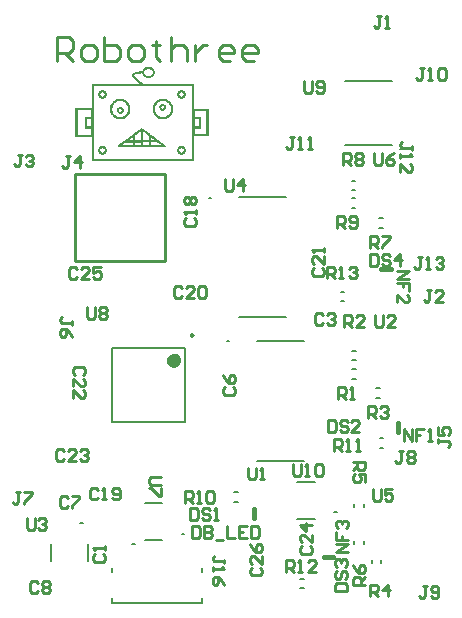
<source format=gto>
G04*
G04 #@! TF.GenerationSoftware,Altium Limited,Altium Designer,21.9.2 (33)*
G04*
G04 Layer_Color=65535*
%FSLAX25Y25*%
%MOIN*%
G70*
G04*
G04 #@! TF.SameCoordinates,51F14C3D-0984-4349-87D4-3E8860FF880C*
G04*
G04*
G04 #@! TF.FilePolarity,Positive*
G04*
G01*
G75*
%ADD10C,0.00787*%
%ADD11C,0.00984*%
%ADD12C,0.02362*%
%ADD13C,0.00500*%
%ADD14C,0.01000*%
%ADD15C,0.01575*%
G36*
X55948Y178802D02*
X56384D01*
Y178656D01*
X56530D01*
Y178511D01*
X56821D01*
Y178366D01*
X56966D01*
Y178220D01*
X57112D01*
Y178075D01*
X57257D01*
Y177929D01*
Y177784D01*
X57403D01*
Y177638D01*
Y177493D01*
X57548D01*
Y177347D01*
Y177202D01*
Y177056D01*
Y176911D01*
Y176766D01*
Y176620D01*
Y176475D01*
X57403D01*
Y176329D01*
Y176184D01*
Y176038D01*
X57257D01*
Y175893D01*
X57112D01*
Y175747D01*
X56966D01*
Y175602D01*
X56821D01*
Y175456D01*
X56675D01*
Y175311D01*
X56384D01*
Y175165D01*
X55948D01*
Y175020D01*
X54930D01*
Y175165D01*
X54494D01*
Y175311D01*
X54203D01*
Y175456D01*
X54057D01*
Y175602D01*
X53912D01*
Y175747D01*
X53766D01*
Y175893D01*
X53621D01*
Y176038D01*
Y176184D01*
X53475D01*
Y176329D01*
Y176475D01*
X53330D01*
Y176620D01*
Y176766D01*
X52894D01*
Y176620D01*
X52166D01*
Y176475D01*
X51585D01*
Y176329D01*
X51003D01*
Y176184D01*
X50712D01*
Y176038D01*
Y175893D01*
X50857D01*
Y175747D01*
Y175602D01*
X51003D01*
Y175456D01*
X51148D01*
Y175311D01*
X51294D01*
Y175165D01*
X51439D01*
Y175020D01*
X51585D01*
Y174875D01*
X51730D01*
Y174729D01*
X52021D01*
Y174584D01*
X52166D01*
Y174438D01*
X52312D01*
Y174293D01*
X52457D01*
Y174147D01*
X52603D01*
Y174002D01*
X52748D01*
Y173856D01*
X52894D01*
Y173711D01*
X53185D01*
Y173565D01*
X53330D01*
Y173420D01*
X53475D01*
Y173275D01*
X70639D01*
Y173129D01*
Y172984D01*
Y172838D01*
Y172693D01*
Y172547D01*
Y172402D01*
Y172256D01*
Y172111D01*
Y171966D01*
Y171820D01*
Y171675D01*
Y171529D01*
Y171384D01*
Y171238D01*
Y171093D01*
Y170947D01*
Y170802D01*
Y170656D01*
Y170511D01*
Y170366D01*
Y170220D01*
Y170075D01*
Y169929D01*
Y169784D01*
Y169638D01*
Y169493D01*
Y169347D01*
Y169202D01*
Y169056D01*
Y168911D01*
Y168765D01*
Y168620D01*
Y168475D01*
Y168329D01*
Y168184D01*
Y168038D01*
Y167893D01*
Y167747D01*
Y167602D01*
Y167456D01*
Y167311D01*
Y167166D01*
Y167020D01*
Y166875D01*
Y166729D01*
Y166584D01*
Y166438D01*
Y166293D01*
Y166147D01*
Y166002D01*
Y165857D01*
Y165711D01*
Y165566D01*
Y165420D01*
Y165275D01*
Y165129D01*
Y164984D01*
Y164838D01*
X75439D01*
Y164693D01*
Y164547D01*
Y164402D01*
Y164257D01*
Y164111D01*
Y163966D01*
Y163820D01*
Y163675D01*
Y163529D01*
Y163384D01*
Y163238D01*
Y163093D01*
Y162947D01*
Y162802D01*
Y162656D01*
Y162511D01*
Y162366D01*
Y162220D01*
Y162075D01*
Y161929D01*
Y161784D01*
Y161638D01*
Y161493D01*
Y161347D01*
Y161202D01*
Y161056D01*
Y160911D01*
Y160766D01*
Y160620D01*
Y160475D01*
Y160329D01*
Y160184D01*
Y160038D01*
Y159893D01*
Y159747D01*
Y159602D01*
Y159457D01*
Y159311D01*
Y159166D01*
Y159020D01*
Y158875D01*
Y158729D01*
Y158584D01*
Y158438D01*
Y158293D01*
Y158148D01*
Y158002D01*
Y157857D01*
Y157711D01*
Y157566D01*
Y157420D01*
Y157275D01*
Y157129D01*
Y156984D01*
Y156838D01*
Y156693D01*
Y156547D01*
Y156402D01*
Y156256D01*
Y156111D01*
Y155966D01*
Y155820D01*
Y155675D01*
X70639D01*
Y155529D01*
Y155384D01*
Y155238D01*
Y155093D01*
Y154947D01*
Y154802D01*
Y154657D01*
Y154511D01*
Y154366D01*
Y154220D01*
Y154075D01*
Y153929D01*
Y153784D01*
Y153638D01*
Y153493D01*
Y153348D01*
Y153202D01*
Y153057D01*
Y152911D01*
Y152766D01*
Y152620D01*
Y152475D01*
Y152329D01*
Y152184D01*
Y152038D01*
Y151893D01*
Y151748D01*
Y151602D01*
Y151457D01*
Y151311D01*
Y151166D01*
Y151020D01*
Y150875D01*
Y150729D01*
Y150584D01*
Y150438D01*
Y150293D01*
Y150147D01*
Y150002D01*
Y149857D01*
Y149711D01*
Y149566D01*
Y149420D01*
Y149275D01*
Y149129D01*
Y148984D01*
Y148838D01*
Y148693D01*
Y148547D01*
Y148402D01*
Y148257D01*
Y148111D01*
Y147966D01*
Y147820D01*
Y147675D01*
Y147529D01*
Y147384D01*
X36603D01*
Y147529D01*
Y147675D01*
Y147820D01*
Y147966D01*
Y148111D01*
Y148257D01*
Y148402D01*
Y148547D01*
Y148693D01*
Y148838D01*
Y148984D01*
Y149129D01*
Y149275D01*
Y149420D01*
Y149566D01*
Y149711D01*
Y149857D01*
Y150002D01*
Y150147D01*
Y150293D01*
Y150438D01*
Y150584D01*
Y150729D01*
Y150875D01*
Y151020D01*
Y151166D01*
Y151311D01*
Y151457D01*
Y151602D01*
Y151748D01*
Y151893D01*
Y152038D01*
Y152184D01*
Y152329D01*
Y152475D01*
Y152620D01*
Y152766D01*
Y152911D01*
Y153057D01*
Y153202D01*
Y153348D01*
Y153493D01*
Y153638D01*
Y153784D01*
Y153929D01*
Y154075D01*
Y154220D01*
Y154366D01*
Y154511D01*
Y154657D01*
Y154802D01*
Y154947D01*
Y155093D01*
Y155238D01*
Y155384D01*
X31076D01*
Y155529D01*
Y155675D01*
Y155820D01*
Y155966D01*
Y156111D01*
Y156256D01*
Y156402D01*
Y156547D01*
Y156693D01*
Y156838D01*
Y156984D01*
Y157129D01*
Y157275D01*
Y157420D01*
Y157566D01*
Y157711D01*
Y157857D01*
Y158002D01*
Y158148D01*
Y158293D01*
Y158438D01*
Y158584D01*
Y158729D01*
Y158875D01*
Y159020D01*
Y159166D01*
Y159311D01*
Y159457D01*
Y159602D01*
Y159747D01*
Y159893D01*
Y160038D01*
Y160184D01*
Y160329D01*
Y160475D01*
Y160620D01*
Y160766D01*
Y160911D01*
Y161056D01*
Y161202D01*
Y161347D01*
Y161493D01*
Y161638D01*
Y161784D01*
Y161929D01*
Y162075D01*
Y162220D01*
Y162366D01*
Y162511D01*
Y162656D01*
Y162802D01*
Y162947D01*
Y163093D01*
Y163238D01*
Y163384D01*
Y163529D01*
Y163675D01*
Y163820D01*
Y163966D01*
Y164111D01*
Y164257D01*
Y164402D01*
Y164547D01*
Y164693D01*
Y164838D01*
Y164984D01*
Y165129D01*
Y165275D01*
X36603D01*
Y165420D01*
Y165566D01*
Y165711D01*
Y165857D01*
Y166002D01*
Y166147D01*
Y166293D01*
Y166438D01*
Y166584D01*
Y166729D01*
Y166875D01*
Y167020D01*
Y167166D01*
Y167311D01*
Y167456D01*
Y167602D01*
Y167747D01*
Y167893D01*
Y168038D01*
Y168184D01*
Y168329D01*
Y168475D01*
Y168620D01*
Y168765D01*
Y168911D01*
Y169056D01*
Y169202D01*
Y169347D01*
Y169493D01*
Y169638D01*
Y169784D01*
Y169929D01*
Y170075D01*
Y170220D01*
Y170366D01*
Y170511D01*
Y170656D01*
Y170802D01*
Y170947D01*
Y171093D01*
Y171238D01*
Y171384D01*
Y171529D01*
Y171675D01*
Y171820D01*
Y171966D01*
Y172111D01*
Y172256D01*
Y172402D01*
Y172547D01*
Y172693D01*
Y172838D01*
Y172984D01*
Y173129D01*
Y173275D01*
X52312D01*
Y173420D01*
X52166D01*
Y173565D01*
X52021D01*
Y173711D01*
X51876D01*
Y173856D01*
X51730D01*
Y174002D01*
X51585D01*
Y174147D01*
X51294D01*
Y174293D01*
X51148D01*
Y174438D01*
X51003D01*
Y174584D01*
X50857D01*
Y174729D01*
X50712D01*
Y174875D01*
X50566D01*
Y175020D01*
X50421D01*
Y175165D01*
X50275D01*
Y175311D01*
Y175456D01*
X50130D01*
Y175602D01*
X49985D01*
Y175747D01*
Y175893D01*
Y176038D01*
Y176184D01*
Y176329D01*
Y176475D01*
X50130D01*
Y176620D01*
X50275D01*
Y176766D01*
X50566D01*
Y176911D01*
X50857D01*
Y177056D01*
X51439D01*
Y177202D01*
X52166D01*
Y177347D01*
X52894D01*
Y177493D01*
X53475D01*
Y177638D01*
Y177784D01*
X53621D01*
Y177929D01*
Y178075D01*
X53766D01*
Y178220D01*
X53912D01*
Y178366D01*
X54057D01*
Y178511D01*
X54348D01*
Y178656D01*
X54494D01*
Y178802D01*
X54930D01*
Y178947D01*
X55948D01*
Y178802D01*
D02*
G37*
%LPC*%
G36*
X55803Y178220D02*
X55076D01*
Y178075D01*
X54785D01*
Y177929D01*
X54494D01*
Y177784D01*
X54348D01*
Y177638D01*
X54203D01*
Y177493D01*
Y177347D01*
X54057D01*
Y177202D01*
Y177056D01*
Y176911D01*
Y176766D01*
Y176620D01*
X54203D01*
Y176475D01*
Y176329D01*
X54348D01*
Y176184D01*
X54494D01*
Y176038D01*
X54639D01*
Y175893D01*
X54930D01*
Y175747D01*
X55948D01*
Y175893D01*
X56239D01*
Y176038D01*
X56384D01*
Y176184D01*
X56530D01*
Y176329D01*
X56675D01*
Y176475D01*
Y176620D01*
X56821D01*
Y176766D01*
Y176911D01*
Y177056D01*
Y177202D01*
Y177347D01*
X56675D01*
Y177493D01*
Y177638D01*
X56530D01*
Y177784D01*
X56384D01*
Y177929D01*
X56094D01*
Y178075D01*
X55803D01*
Y178220D01*
D02*
G37*
G36*
X72239Y161493D02*
X70784D01*
Y161347D01*
Y161202D01*
Y161056D01*
Y160911D01*
Y160766D01*
Y160620D01*
Y160475D01*
Y160329D01*
Y160184D01*
Y160038D01*
Y159893D01*
Y159747D01*
Y159602D01*
Y159457D01*
Y159311D01*
Y159166D01*
Y159020D01*
X72239D01*
Y159166D01*
Y159311D01*
Y159457D01*
Y159602D01*
Y159747D01*
Y159893D01*
Y160038D01*
Y160184D01*
Y160329D01*
Y160475D01*
Y160620D01*
Y160766D01*
Y160911D01*
Y161056D01*
Y161202D01*
Y161347D01*
Y161493D01*
D02*
G37*
G36*
X36312D02*
X34857D01*
Y161347D01*
Y161202D01*
Y161056D01*
Y160911D01*
Y160766D01*
Y160620D01*
Y160475D01*
Y160329D01*
Y160184D01*
Y160038D01*
Y159893D01*
Y159747D01*
Y159602D01*
Y159457D01*
Y159311D01*
Y159166D01*
Y159020D01*
X36312D01*
Y159166D01*
Y159311D01*
Y159457D01*
Y159602D01*
Y159747D01*
Y159893D01*
Y160038D01*
Y160184D01*
Y160329D01*
Y160475D01*
Y160620D01*
Y160766D01*
Y160911D01*
Y161056D01*
Y161202D01*
Y161347D01*
Y161493D01*
D02*
G37*
G36*
X74712Y164111D02*
X70784D01*
Y163966D01*
Y163820D01*
Y163675D01*
Y163529D01*
Y163384D01*
Y163238D01*
Y163093D01*
Y162947D01*
Y162802D01*
Y162656D01*
Y162511D01*
Y162366D01*
Y162220D01*
X72966D01*
Y162075D01*
Y161929D01*
Y161784D01*
Y161638D01*
Y161493D01*
Y161347D01*
Y161202D01*
Y161056D01*
Y160911D01*
Y160766D01*
Y160620D01*
Y160475D01*
Y160329D01*
Y160184D01*
Y160038D01*
Y159893D01*
Y159747D01*
Y159602D01*
Y159457D01*
Y159311D01*
Y159166D01*
Y159020D01*
Y158875D01*
Y158729D01*
Y158584D01*
Y158438D01*
Y158293D01*
X70784D01*
Y158148D01*
Y158002D01*
Y157857D01*
Y157711D01*
Y157566D01*
Y157420D01*
Y157275D01*
Y157129D01*
Y156984D01*
Y156838D01*
Y156693D01*
Y156547D01*
Y156402D01*
X74712D01*
Y156547D01*
Y156693D01*
Y156838D01*
Y156984D01*
Y157129D01*
Y157275D01*
Y157420D01*
Y157566D01*
Y157711D01*
Y157857D01*
Y158002D01*
Y158148D01*
Y158293D01*
Y158438D01*
Y158584D01*
Y158729D01*
Y158875D01*
Y159020D01*
Y159166D01*
Y159311D01*
Y159457D01*
Y159602D01*
Y159747D01*
Y159893D01*
Y160038D01*
Y160184D01*
Y160329D01*
Y160475D01*
Y160620D01*
Y160766D01*
Y160911D01*
Y161056D01*
Y161202D01*
Y161347D01*
Y161493D01*
Y161638D01*
Y161784D01*
Y161929D01*
Y162075D01*
Y162220D01*
Y162366D01*
Y162511D01*
Y162656D01*
Y162802D01*
Y162947D01*
Y163093D01*
Y163238D01*
Y163384D01*
Y163529D01*
Y163675D01*
Y163820D01*
Y163966D01*
Y164111D01*
D02*
G37*
G36*
X36312Y164547D02*
X31803D01*
Y164402D01*
Y164257D01*
Y164111D01*
Y163966D01*
Y163820D01*
Y163675D01*
Y163529D01*
Y163384D01*
Y163238D01*
Y163093D01*
Y162947D01*
Y162802D01*
Y162656D01*
Y162511D01*
Y162366D01*
Y162220D01*
Y162075D01*
Y161929D01*
Y161784D01*
Y161638D01*
Y161493D01*
Y161347D01*
Y161202D01*
Y161056D01*
Y160911D01*
Y160766D01*
Y160620D01*
Y160475D01*
Y160329D01*
Y160184D01*
Y160038D01*
Y159893D01*
Y159747D01*
Y159602D01*
Y159457D01*
Y159311D01*
Y159166D01*
Y159020D01*
Y158875D01*
Y158729D01*
Y158584D01*
Y158438D01*
Y158293D01*
Y158148D01*
Y158002D01*
Y157857D01*
Y157711D01*
Y157566D01*
Y157420D01*
Y157275D01*
Y157129D01*
Y156984D01*
Y156838D01*
Y156693D01*
Y156547D01*
Y156402D01*
Y156256D01*
Y156111D01*
X36312D01*
Y156256D01*
Y156402D01*
Y156547D01*
Y156693D01*
Y156838D01*
Y156984D01*
Y157129D01*
Y157275D01*
Y157420D01*
Y157566D01*
Y157711D01*
Y157857D01*
Y158002D01*
Y158148D01*
Y158293D01*
X34130D01*
Y158438D01*
Y158584D01*
Y158729D01*
Y158875D01*
Y159020D01*
Y159166D01*
Y159311D01*
Y159457D01*
Y159602D01*
Y159747D01*
Y159893D01*
Y160038D01*
Y160184D01*
Y160329D01*
Y160475D01*
Y160620D01*
Y160766D01*
Y160911D01*
Y161056D01*
Y161202D01*
Y161347D01*
Y161493D01*
Y161638D01*
Y161784D01*
Y161929D01*
Y162075D01*
Y162220D01*
X36312D01*
Y162366D01*
Y162511D01*
Y162656D01*
Y162802D01*
Y162947D01*
Y163093D01*
Y163238D01*
Y163384D01*
Y163529D01*
Y163675D01*
Y163820D01*
Y163966D01*
Y164111D01*
Y164257D01*
Y164402D01*
Y164547D01*
D02*
G37*
G36*
X69912Y172547D02*
X37330D01*
Y172402D01*
Y172256D01*
Y172111D01*
Y171966D01*
Y171820D01*
Y171675D01*
Y171529D01*
Y171384D01*
Y171238D01*
Y171093D01*
Y170947D01*
Y170802D01*
Y170656D01*
Y170511D01*
Y170366D01*
Y170220D01*
Y170075D01*
Y169929D01*
Y169784D01*
Y169638D01*
Y169493D01*
Y169347D01*
Y169202D01*
Y169056D01*
Y168911D01*
Y168765D01*
Y168620D01*
Y168475D01*
Y168329D01*
Y168184D01*
Y168038D01*
Y167893D01*
Y167747D01*
Y167602D01*
Y167456D01*
Y167311D01*
Y167166D01*
Y167020D01*
Y166875D01*
Y166729D01*
Y166584D01*
Y166438D01*
Y166293D01*
Y166147D01*
Y166002D01*
Y165857D01*
Y165711D01*
Y165566D01*
Y165420D01*
Y165275D01*
Y165129D01*
Y164984D01*
Y164838D01*
Y164693D01*
Y164547D01*
Y164402D01*
Y164257D01*
Y164111D01*
Y163966D01*
Y163820D01*
Y163675D01*
Y163529D01*
Y163384D01*
Y163238D01*
Y163093D01*
Y162947D01*
Y162802D01*
Y162656D01*
Y162511D01*
Y162366D01*
Y162220D01*
Y162075D01*
Y161929D01*
Y161784D01*
Y161638D01*
Y161493D01*
Y161347D01*
Y161202D01*
Y161056D01*
Y160911D01*
Y160766D01*
Y160620D01*
Y160475D01*
Y160329D01*
Y160184D01*
Y160038D01*
Y159893D01*
Y159747D01*
Y159602D01*
Y159457D01*
Y159311D01*
Y159166D01*
Y159020D01*
Y158875D01*
Y158729D01*
Y158584D01*
Y158438D01*
Y158293D01*
Y158148D01*
Y158002D01*
Y157857D01*
Y157711D01*
Y157566D01*
Y157420D01*
Y157275D01*
Y157129D01*
Y156984D01*
Y156838D01*
Y156693D01*
Y156547D01*
Y156402D01*
Y156256D01*
Y156111D01*
Y155966D01*
Y155820D01*
Y155675D01*
Y155529D01*
Y155384D01*
Y155238D01*
Y155093D01*
Y154947D01*
Y154802D01*
Y154657D01*
Y154511D01*
Y154366D01*
Y154220D01*
Y154075D01*
Y153929D01*
Y153784D01*
Y153638D01*
Y153493D01*
Y153348D01*
Y153202D01*
Y153057D01*
Y152911D01*
Y152766D01*
Y152620D01*
Y152475D01*
Y152329D01*
Y152184D01*
Y152038D01*
Y151893D01*
Y151748D01*
Y151602D01*
Y151457D01*
Y151311D01*
Y151166D01*
Y151020D01*
Y150875D01*
Y150729D01*
Y150584D01*
Y150438D01*
Y150293D01*
Y150147D01*
Y150002D01*
Y149857D01*
Y149711D01*
Y149566D01*
Y149420D01*
Y149275D01*
Y149129D01*
Y148984D01*
Y148838D01*
Y148693D01*
Y148547D01*
Y148402D01*
Y148257D01*
Y148111D01*
X69912D01*
Y148257D01*
Y148402D01*
Y148547D01*
Y148693D01*
Y148838D01*
Y148984D01*
Y149129D01*
Y149275D01*
Y149420D01*
Y149566D01*
Y149711D01*
Y149857D01*
Y150002D01*
Y150147D01*
Y150293D01*
Y150438D01*
Y150584D01*
Y150729D01*
Y150875D01*
Y151020D01*
Y151166D01*
Y151311D01*
Y151457D01*
Y151602D01*
Y151748D01*
Y151893D01*
Y152038D01*
Y152184D01*
Y152329D01*
Y152475D01*
Y152620D01*
Y152766D01*
Y152911D01*
Y153057D01*
Y153202D01*
Y153348D01*
Y153493D01*
Y153638D01*
Y153784D01*
Y153929D01*
Y154075D01*
Y154220D01*
Y154366D01*
Y154511D01*
Y154657D01*
Y154802D01*
Y154947D01*
Y155093D01*
Y155238D01*
Y155384D01*
Y155529D01*
Y155675D01*
Y155820D01*
Y155966D01*
Y156111D01*
Y156256D01*
Y156402D01*
Y156547D01*
Y156693D01*
Y156838D01*
Y156984D01*
Y157129D01*
Y157275D01*
Y157420D01*
Y157566D01*
Y157711D01*
Y157857D01*
Y158002D01*
Y158148D01*
Y158293D01*
Y158438D01*
Y158584D01*
Y158729D01*
Y158875D01*
Y159020D01*
Y159166D01*
Y159311D01*
Y159457D01*
Y159602D01*
Y159747D01*
Y159893D01*
Y160038D01*
Y160184D01*
Y160329D01*
Y160475D01*
Y160620D01*
Y160766D01*
Y160911D01*
Y161056D01*
Y161202D01*
Y161347D01*
Y161493D01*
Y161638D01*
Y161784D01*
Y161929D01*
Y162075D01*
Y162220D01*
Y162366D01*
Y162511D01*
Y162656D01*
Y162802D01*
Y162947D01*
Y163093D01*
Y163238D01*
Y163384D01*
Y163529D01*
Y163675D01*
Y163820D01*
Y163966D01*
Y164111D01*
Y164257D01*
Y164402D01*
Y164547D01*
Y164693D01*
Y164838D01*
Y164984D01*
Y165129D01*
Y165275D01*
Y165420D01*
Y165566D01*
Y165711D01*
Y165857D01*
Y166002D01*
Y166147D01*
Y166293D01*
Y166438D01*
Y166584D01*
Y166729D01*
Y166875D01*
Y167020D01*
Y167166D01*
Y167311D01*
Y167456D01*
Y167602D01*
Y167747D01*
Y167893D01*
Y168038D01*
Y168184D01*
Y168329D01*
Y168475D01*
Y168620D01*
Y168765D01*
Y168911D01*
Y169056D01*
Y169202D01*
Y169347D01*
Y169493D01*
Y169638D01*
Y169784D01*
Y169929D01*
Y170075D01*
Y170220D01*
Y170366D01*
Y170511D01*
Y170656D01*
Y170802D01*
Y170947D01*
Y171093D01*
Y171238D01*
Y171384D01*
Y171529D01*
Y171675D01*
Y171820D01*
Y171966D01*
Y172111D01*
Y172256D01*
Y172402D01*
Y172547D01*
D02*
G37*
%LPD*%
G36*
X66857Y170947D02*
X67148D01*
Y170802D01*
X67439D01*
Y170656D01*
X67584D01*
Y170511D01*
Y170366D01*
X67730D01*
Y170220D01*
Y170075D01*
X67875D01*
Y169929D01*
Y169784D01*
Y169638D01*
Y169493D01*
Y169347D01*
Y169202D01*
X67730D01*
Y169056D01*
Y168911D01*
X67584D01*
Y168765D01*
Y168620D01*
X67439D01*
Y168475D01*
X67148D01*
Y168329D01*
X66857D01*
Y168184D01*
X65984D01*
Y168329D01*
X65694D01*
Y168475D01*
X65403D01*
Y168620D01*
X65257D01*
Y168765D01*
Y168911D01*
X65112D01*
Y169056D01*
Y169202D01*
X64966D01*
Y169347D01*
Y169493D01*
Y169638D01*
Y169784D01*
Y169929D01*
Y170075D01*
X65112D01*
Y170220D01*
Y170366D01*
X65257D01*
Y170511D01*
Y170656D01*
X65403D01*
Y170802D01*
X65694D01*
Y170947D01*
X65984D01*
Y171093D01*
X66857D01*
Y170947D01*
D02*
G37*
G36*
X40530D02*
X40821D01*
Y170802D01*
X41112D01*
Y170656D01*
X41257D01*
Y170511D01*
Y170366D01*
X41403D01*
Y170220D01*
Y170075D01*
X41548D01*
Y169929D01*
Y169784D01*
Y169638D01*
Y169493D01*
Y169347D01*
Y169202D01*
X41403D01*
Y169056D01*
Y168911D01*
X41257D01*
Y168765D01*
Y168620D01*
X41112D01*
Y168475D01*
X40821D01*
Y168329D01*
X40530D01*
Y168184D01*
X39657D01*
Y168329D01*
X39366D01*
Y168475D01*
X39076D01*
Y168620D01*
X38930D01*
Y168765D01*
Y168911D01*
X38785D01*
Y169056D01*
Y169202D01*
X38639D01*
Y169347D01*
Y169493D01*
Y169638D01*
Y169784D01*
Y169929D01*
Y170075D01*
X38785D01*
Y170220D01*
Y170366D01*
X38930D01*
Y170511D01*
Y170656D01*
X39076D01*
Y170802D01*
X39366D01*
Y170947D01*
X39657D01*
Y171093D01*
X40530D01*
Y170947D01*
D02*
G37*
G36*
X60894Y168038D02*
X61475D01*
Y167893D01*
X61766D01*
Y167747D01*
X62057D01*
Y167602D01*
X62203D01*
Y167456D01*
X62348D01*
Y167311D01*
X62639D01*
Y167166D01*
X62784D01*
Y167020D01*
Y166875D01*
X62930D01*
Y166729D01*
X63075D01*
Y166584D01*
X63221D01*
Y166438D01*
Y166293D01*
X63366D01*
Y166147D01*
Y166002D01*
X63512D01*
Y165857D01*
Y165711D01*
Y165566D01*
Y165420D01*
X63657D01*
Y165275D01*
Y165129D01*
Y164984D01*
Y164838D01*
Y164693D01*
Y164547D01*
Y164402D01*
Y164257D01*
Y164111D01*
X63512D01*
Y163966D01*
Y163820D01*
Y163675D01*
Y163529D01*
X63366D01*
Y163384D01*
Y163238D01*
X63221D01*
Y163093D01*
Y162947D01*
X63075D01*
Y162802D01*
X62930D01*
Y162656D01*
Y162511D01*
X62784D01*
Y162366D01*
X62639D01*
Y162220D01*
X62494D01*
Y162075D01*
X62203D01*
Y161929D01*
X62057D01*
Y161784D01*
X61766D01*
Y161638D01*
X61475D01*
Y161493D01*
X60894D01*
Y161347D01*
X59584D01*
Y161493D01*
X59003D01*
Y161638D01*
X58712D01*
Y161784D01*
X58421D01*
Y161929D01*
X58275D01*
Y162075D01*
X58130D01*
Y162220D01*
X57839D01*
Y162366D01*
X57694D01*
Y162511D01*
Y162656D01*
X57548D01*
Y162802D01*
X57403D01*
Y162947D01*
X57257D01*
Y163093D01*
Y163238D01*
X57112D01*
Y163384D01*
Y163529D01*
X56966D01*
Y163675D01*
Y163820D01*
Y163966D01*
Y164111D01*
X56821D01*
Y164257D01*
Y164402D01*
Y164547D01*
Y164693D01*
Y164838D01*
Y164984D01*
Y165129D01*
Y165275D01*
Y165420D01*
X56966D01*
Y165566D01*
Y165711D01*
Y165857D01*
Y166002D01*
X57112D01*
Y166147D01*
Y166293D01*
X57257D01*
Y166438D01*
Y166584D01*
X57403D01*
Y166729D01*
X57548D01*
Y166875D01*
X57694D01*
Y167020D01*
Y167166D01*
X57839D01*
Y167311D01*
X58130D01*
Y167456D01*
X58275D01*
Y167602D01*
X58421D01*
Y167747D01*
X58712D01*
Y167893D01*
X59003D01*
Y168038D01*
X59584D01*
Y168184D01*
X60894D01*
Y168038D01*
D02*
G37*
G36*
X46639D02*
X47221D01*
Y167893D01*
X47512D01*
Y167747D01*
X47803D01*
Y167602D01*
X47948D01*
Y167456D01*
X48094D01*
Y167311D01*
X48385D01*
Y167166D01*
X48530D01*
Y167020D01*
Y166875D01*
X48676D01*
Y166729D01*
X48821D01*
Y166584D01*
X48966D01*
Y166438D01*
Y166293D01*
X49112D01*
Y166147D01*
Y166002D01*
X49257D01*
Y165857D01*
Y165711D01*
Y165566D01*
Y165420D01*
X49403D01*
Y165275D01*
Y165129D01*
Y164984D01*
Y164838D01*
Y164693D01*
Y164547D01*
Y164402D01*
Y164257D01*
Y164111D01*
X49257D01*
Y163966D01*
Y163820D01*
Y163675D01*
Y163529D01*
X49112D01*
Y163384D01*
Y163238D01*
X48966D01*
Y163093D01*
Y162947D01*
X48821D01*
Y162802D01*
X48676D01*
Y162656D01*
Y162511D01*
X48530D01*
Y162366D01*
X48385D01*
Y162220D01*
X48239D01*
Y162075D01*
X47948D01*
Y161929D01*
X47803D01*
Y161784D01*
X47512D01*
Y161638D01*
X47221D01*
Y161493D01*
X46639D01*
Y161347D01*
X45330D01*
Y161493D01*
X44748D01*
Y161638D01*
X44457D01*
Y161784D01*
X44166D01*
Y161929D01*
X44021D01*
Y162075D01*
X43876D01*
Y162220D01*
X43585D01*
Y162366D01*
X43439D01*
Y162511D01*
Y162656D01*
X43294D01*
Y162802D01*
X43148D01*
Y162947D01*
X43003D01*
Y163093D01*
Y163238D01*
X42857D01*
Y163384D01*
Y163529D01*
X42712D01*
Y163675D01*
Y163820D01*
Y163966D01*
Y164111D01*
X42566D01*
Y164257D01*
Y164402D01*
Y164547D01*
Y164693D01*
Y164838D01*
Y164984D01*
Y165129D01*
Y165275D01*
Y165420D01*
X42712D01*
Y165566D01*
Y165711D01*
Y165857D01*
Y166002D01*
X42857D01*
Y166147D01*
Y166293D01*
X43003D01*
Y166438D01*
Y166584D01*
X43148D01*
Y166729D01*
X43294D01*
Y166875D01*
X43439D01*
Y167020D01*
Y167166D01*
X43585D01*
Y167311D01*
X43876D01*
Y167456D01*
X44021D01*
Y167602D01*
X44166D01*
Y167747D01*
X44457D01*
Y167893D01*
X44748D01*
Y168038D01*
X45330D01*
Y168184D01*
X46639D01*
Y168038D01*
D02*
G37*
G36*
X53330Y158293D02*
X53621D01*
Y158148D01*
X53766D01*
Y158002D01*
X54057D01*
Y157857D01*
X54203D01*
Y157711D01*
X54348D01*
Y157566D01*
X54639D01*
Y157420D01*
X54785D01*
Y157275D01*
X54930D01*
Y157129D01*
X55221D01*
Y156984D01*
X55366D01*
Y156838D01*
X55512D01*
Y156693D01*
X55803D01*
Y156547D01*
X55948D01*
Y156402D01*
X56094D01*
Y156256D01*
X56384D01*
Y156111D01*
X56530D01*
Y155966D01*
X56675D01*
Y155820D01*
X56966D01*
Y155675D01*
X57112D01*
Y155529D01*
X57257D01*
Y155384D01*
X57548D01*
Y155238D01*
X57694D01*
Y155093D01*
X57839D01*
Y154947D01*
X58130D01*
Y154802D01*
X58275D01*
Y154657D01*
X58421D01*
Y154511D01*
X58712D01*
Y154366D01*
X58857D01*
Y154220D01*
X59148D01*
Y154075D01*
X59294D01*
Y153929D01*
X59439D01*
Y153784D01*
X59730D01*
Y153638D01*
X59875D01*
Y153493D01*
X60021D01*
Y153348D01*
X60312D01*
Y153202D01*
X60457D01*
Y153057D01*
X60603D01*
Y152911D01*
X60894D01*
Y152766D01*
X61039D01*
Y152620D01*
X61185D01*
Y152475D01*
Y152329D01*
Y152184D01*
X61039D01*
Y152038D01*
X45330D01*
Y152184D01*
X45185D01*
Y152329D01*
Y152475D01*
Y152620D01*
X45330D01*
Y152766D01*
X45476D01*
Y152911D01*
X45766D01*
Y153057D01*
X45912D01*
Y153202D01*
X46057D01*
Y153348D01*
X46348D01*
Y153493D01*
X46494D01*
Y153638D01*
X46639D01*
Y153784D01*
X46930D01*
Y153929D01*
X47076D01*
Y154075D01*
X47366D01*
Y154220D01*
X47512D01*
Y154366D01*
X47657D01*
Y154511D01*
X47948D01*
Y154657D01*
X48094D01*
Y154802D01*
X48239D01*
Y154947D01*
X48530D01*
Y155093D01*
X48676D01*
Y155238D01*
X48821D01*
Y155384D01*
X49112D01*
Y155529D01*
X49257D01*
Y155675D01*
X49403D01*
Y155820D01*
X49694D01*
Y155966D01*
X49839D01*
Y156111D01*
X49985D01*
Y156256D01*
X50275D01*
Y156402D01*
X50421D01*
Y156547D01*
X50566D01*
Y156693D01*
X50857D01*
Y156838D01*
X51003D01*
Y156984D01*
X51148D01*
Y157129D01*
X51439D01*
Y157275D01*
X51585D01*
Y157420D01*
X51730D01*
Y157566D01*
X52021D01*
Y157711D01*
X52166D01*
Y157857D01*
X52457D01*
Y158002D01*
X52603D01*
Y158148D01*
X52748D01*
Y158293D01*
X53039D01*
Y158438D01*
X53330D01*
Y158293D01*
D02*
G37*
G36*
X66857Y152329D02*
X67148D01*
Y152184D01*
X67439D01*
Y152038D01*
X67584D01*
Y151893D01*
Y151748D01*
X67730D01*
Y151602D01*
Y151457D01*
X67875D01*
Y151311D01*
Y151166D01*
Y151020D01*
Y150875D01*
Y150729D01*
Y150584D01*
X67730D01*
Y150438D01*
Y150293D01*
X67584D01*
Y150147D01*
Y150002D01*
X67439D01*
Y149857D01*
X67148D01*
Y149711D01*
X66857D01*
Y149566D01*
X65984D01*
Y149711D01*
X65694D01*
Y149857D01*
X65403D01*
Y150002D01*
X65257D01*
Y150147D01*
Y150293D01*
X65112D01*
Y150438D01*
Y150584D01*
X64966D01*
Y150729D01*
Y150875D01*
Y151020D01*
Y151166D01*
Y151311D01*
Y151457D01*
X65112D01*
Y151602D01*
Y151748D01*
X65257D01*
Y151893D01*
Y152038D01*
X65403D01*
Y152184D01*
X65694D01*
Y152329D01*
X65984D01*
Y152475D01*
X66857D01*
Y152329D01*
D02*
G37*
G36*
X40530D02*
X40821D01*
Y152184D01*
X41112D01*
Y152038D01*
X41257D01*
Y151893D01*
Y151748D01*
X41403D01*
Y151602D01*
Y151457D01*
X41548D01*
Y151311D01*
Y151166D01*
Y151020D01*
Y150875D01*
Y150729D01*
Y150584D01*
X41403D01*
Y150438D01*
Y150293D01*
X41257D01*
Y150147D01*
Y150002D01*
X41112D01*
Y149857D01*
X40821D01*
Y149711D01*
X40530D01*
Y149566D01*
X39657D01*
Y149711D01*
X39366D01*
Y149857D01*
X39076D01*
Y150002D01*
X38930D01*
Y150147D01*
Y150293D01*
X38785D01*
Y150438D01*
Y150584D01*
X38639D01*
Y150729D01*
Y150875D01*
Y151020D01*
Y151166D01*
Y151311D01*
Y151457D01*
X38785D01*
Y151602D01*
Y151748D01*
X38930D01*
Y151893D01*
Y152038D01*
X39076D01*
Y152184D01*
X39366D01*
Y152329D01*
X39657D01*
Y152475D01*
X40530D01*
Y152329D01*
D02*
G37*
%LPC*%
G36*
X66712Y170366D02*
X66130D01*
Y170220D01*
X65839D01*
Y170075D01*
Y169929D01*
X65694D01*
Y169784D01*
Y169638D01*
Y169493D01*
Y169347D01*
X65839D01*
Y169202D01*
Y169056D01*
X66130D01*
Y168911D01*
X66712D01*
Y169056D01*
X67003D01*
Y169202D01*
Y169347D01*
X67148D01*
Y169493D01*
Y169638D01*
Y169784D01*
Y169929D01*
X67003D01*
Y170075D01*
Y170220D01*
X66712D01*
Y170366D01*
D02*
G37*
G36*
X40385D02*
X39803D01*
Y170220D01*
X39512D01*
Y170075D01*
Y169929D01*
X39366D01*
Y169784D01*
Y169638D01*
Y169493D01*
Y169347D01*
X39512D01*
Y169202D01*
Y169056D01*
X39803D01*
Y168911D01*
X40385D01*
Y169056D01*
X40676D01*
Y169202D01*
Y169347D01*
X40821D01*
Y169493D01*
Y169638D01*
Y169784D01*
Y169929D01*
X40676D01*
Y170075D01*
Y170220D01*
X40385D01*
Y170366D01*
D02*
G37*
G36*
X60748Y167456D02*
X59730D01*
Y167311D01*
X59148D01*
Y167166D01*
X58857D01*
Y167020D01*
X58712D01*
Y166875D01*
X58566D01*
Y166729D01*
X58275D01*
Y166584D01*
Y166438D01*
X58130D01*
Y166293D01*
X57985D01*
Y166147D01*
X57839D01*
Y166002D01*
Y165857D01*
X57694D01*
Y165711D01*
Y165566D01*
Y165420D01*
Y165275D01*
X57548D01*
Y165129D01*
Y164984D01*
Y164838D01*
Y164693D01*
Y164547D01*
Y164402D01*
Y164257D01*
X57694D01*
Y164111D01*
Y163966D01*
Y163820D01*
Y163675D01*
X57839D01*
Y163529D01*
Y163384D01*
X57985D01*
Y163238D01*
X58130D01*
Y163093D01*
X58275D01*
Y162947D01*
Y162802D01*
X58566D01*
Y162656D01*
X58712D01*
Y162511D01*
X58857D01*
Y162366D01*
X59148D01*
Y162220D01*
X59584D01*
Y162075D01*
X60894D01*
Y162220D01*
X61330D01*
Y162366D01*
X61621D01*
Y162511D01*
X61766D01*
Y162656D01*
X62057D01*
Y162802D01*
X62203D01*
Y162947D01*
X62348D01*
Y163093D01*
Y163238D01*
X62494D01*
Y163384D01*
X62639D01*
Y163529D01*
Y163675D01*
X62784D01*
Y163820D01*
Y163966D01*
Y164111D01*
X62930D01*
Y164257D01*
Y164402D01*
Y164547D01*
Y164693D01*
Y164838D01*
Y164984D01*
Y165129D01*
Y165275D01*
Y165420D01*
X62784D01*
Y165566D01*
Y165711D01*
Y165857D01*
X62639D01*
Y166002D01*
Y166147D01*
X62494D01*
Y166293D01*
X62348D01*
Y166438D01*
X62203D01*
Y166584D01*
Y166729D01*
X61912D01*
Y166875D01*
X61766D01*
Y167020D01*
X61621D01*
Y167166D01*
X61330D01*
Y167311D01*
X60748D01*
Y167456D01*
D02*
G37*
%LPD*%
G36*
X60457Y166438D02*
X60748D01*
Y166293D01*
X61039D01*
Y166147D01*
Y166002D01*
X61185D01*
Y165857D01*
Y165711D01*
X61330D01*
Y165566D01*
Y165420D01*
Y165275D01*
Y165129D01*
Y164984D01*
X61185D01*
Y164838D01*
Y164693D01*
X61039D01*
Y164547D01*
Y164402D01*
X60748D01*
Y164257D01*
X60457D01*
Y164111D01*
X59875D01*
Y164257D01*
X59584D01*
Y164402D01*
X59294D01*
Y164547D01*
Y164693D01*
X59148D01*
Y164838D01*
Y164984D01*
X59003D01*
Y165129D01*
Y165275D01*
Y165420D01*
Y165566D01*
Y165711D01*
X59148D01*
Y165857D01*
Y166002D01*
X59294D01*
Y166147D01*
Y166293D01*
X59584D01*
Y166438D01*
X59875D01*
Y166584D01*
X60457D01*
Y166438D01*
D02*
G37*
%LPC*%
G36*
X60312Y165857D02*
X60021D01*
Y165711D01*
X59875D01*
Y165566D01*
X59730D01*
Y165420D01*
Y165275D01*
Y165129D01*
X59875D01*
Y164984D01*
X60021D01*
Y164838D01*
X60312D01*
Y164984D01*
X60457D01*
Y165129D01*
X60603D01*
Y165275D01*
Y165420D01*
Y165566D01*
X60457D01*
Y165711D01*
X60312D01*
Y165857D01*
D02*
G37*
G36*
X46494Y167456D02*
X45476D01*
Y167311D01*
X44894D01*
Y167166D01*
X44603D01*
Y167020D01*
X44457D01*
Y166875D01*
X44312D01*
Y166729D01*
X44021D01*
Y166584D01*
Y166438D01*
X43876D01*
Y166293D01*
X43730D01*
Y166147D01*
X43585D01*
Y166002D01*
Y165857D01*
X43439D01*
Y165711D01*
Y165566D01*
Y165420D01*
Y165275D01*
X43294D01*
Y165129D01*
Y164984D01*
Y164838D01*
Y164693D01*
Y164547D01*
Y164402D01*
Y164257D01*
X43439D01*
Y164111D01*
Y163966D01*
Y163820D01*
Y163675D01*
X43585D01*
Y163529D01*
Y163384D01*
X43730D01*
Y163238D01*
X43876D01*
Y163093D01*
X44021D01*
Y162947D01*
Y162802D01*
X44312D01*
Y162656D01*
X44457D01*
Y162511D01*
X44603D01*
Y162366D01*
X44894D01*
Y162220D01*
X45330D01*
Y162075D01*
X46639D01*
Y162220D01*
X47076D01*
Y162366D01*
X47366D01*
Y162511D01*
X47512D01*
Y162656D01*
X47803D01*
Y162802D01*
X47948D01*
Y162947D01*
X48094D01*
Y163093D01*
Y163238D01*
X48239D01*
Y163384D01*
X48385D01*
Y163529D01*
Y163675D01*
X48530D01*
Y163820D01*
Y163966D01*
Y164111D01*
X48676D01*
Y164257D01*
Y164402D01*
Y164547D01*
Y164693D01*
Y164838D01*
Y164984D01*
Y165129D01*
Y165275D01*
Y165420D01*
X48530D01*
Y165566D01*
Y165711D01*
Y165857D01*
X48385D01*
Y166002D01*
Y166147D01*
X48239D01*
Y166293D01*
X48094D01*
Y166438D01*
X47948D01*
Y166584D01*
Y166729D01*
X47657D01*
Y166875D01*
X47512D01*
Y167020D01*
X47366D01*
Y167166D01*
X47076D01*
Y167311D01*
X46494D01*
Y167456D01*
D02*
G37*
%LPD*%
G36*
Y165275D02*
X46785D01*
Y165129D01*
X46930D01*
Y164984D01*
X47076D01*
Y164838D01*
Y164693D01*
X47221D01*
Y164547D01*
Y164402D01*
Y164257D01*
Y164111D01*
Y163966D01*
X47076D01*
Y163820D01*
Y163675D01*
X46930D01*
Y163529D01*
X46785D01*
Y163384D01*
X46494D01*
Y163238D01*
X45621D01*
Y163384D01*
X45330D01*
Y163529D01*
X45185D01*
Y163675D01*
X45039D01*
Y163820D01*
Y163966D01*
X44894D01*
Y164111D01*
Y164257D01*
Y164402D01*
Y164547D01*
Y164693D01*
X45039D01*
Y164838D01*
Y164984D01*
X45185D01*
Y165129D01*
X45330D01*
Y165275D01*
X45621D01*
Y165420D01*
X46494D01*
Y165275D01*
D02*
G37*
%LPC*%
G36*
X46348Y164693D02*
X45766D01*
Y164547D01*
X45621D01*
Y164402D01*
Y164257D01*
Y164111D01*
X45766D01*
Y163966D01*
X46348D01*
Y164111D01*
X46494D01*
Y164257D01*
Y164402D01*
Y164547D01*
X46348D01*
Y164693D01*
D02*
G37*
G36*
X56530Y155238D02*
X56384D01*
Y155093D01*
Y154947D01*
Y154802D01*
Y154657D01*
Y154511D01*
X57257D01*
Y154657D01*
X57112D01*
Y154802D01*
X56821D01*
Y154947D01*
X56675D01*
Y155093D01*
X56530D01*
Y155238D01*
D02*
G37*
G36*
X53766Y157275D02*
X53621D01*
Y157129D01*
Y156984D01*
Y156838D01*
Y156693D01*
Y156547D01*
Y156402D01*
Y156256D01*
Y156111D01*
Y155966D01*
Y155820D01*
Y155675D01*
Y155529D01*
Y155384D01*
Y155238D01*
Y155093D01*
Y154947D01*
Y154802D01*
Y154657D01*
Y154511D01*
X55657D01*
Y154657D01*
Y154802D01*
Y154947D01*
Y155093D01*
Y155238D01*
Y155384D01*
Y155529D01*
Y155675D01*
Y155820D01*
X55512D01*
Y155966D01*
X55366D01*
Y156111D01*
X55076D01*
Y156256D01*
X54930D01*
Y156402D01*
X54785D01*
Y156547D01*
X54494D01*
Y156693D01*
X54348D01*
Y156838D01*
X54203D01*
Y156984D01*
X53912D01*
Y157129D01*
X53766D01*
Y157275D01*
D02*
G37*
G36*
X52894D02*
X52603D01*
Y157129D01*
X52457D01*
Y156984D01*
X52312D01*
Y156838D01*
X52021D01*
Y156693D01*
X51876D01*
Y156547D01*
X51585D01*
Y156402D01*
X51439D01*
Y156256D01*
X51294D01*
Y156111D01*
X51003D01*
Y155966D01*
X50857D01*
Y155820D01*
Y155675D01*
Y155529D01*
Y155384D01*
Y155238D01*
Y155093D01*
Y154947D01*
Y154802D01*
Y154657D01*
Y154511D01*
Y154366D01*
X52894D01*
Y154511D01*
Y154657D01*
Y154802D01*
Y154947D01*
Y155093D01*
Y155238D01*
Y155384D01*
Y155529D01*
Y155675D01*
Y155820D01*
Y155966D01*
Y156111D01*
Y156256D01*
Y156402D01*
Y156547D01*
Y156693D01*
Y156838D01*
Y156984D01*
Y157129D01*
Y157275D01*
D02*
G37*
G36*
X50130Y155238D02*
X49839D01*
Y155093D01*
X49694D01*
Y154947D01*
X49548D01*
Y154802D01*
X49257D01*
Y154657D01*
X49112D01*
Y154511D01*
X48966D01*
Y154366D01*
X50130D01*
Y154511D01*
Y154657D01*
Y154802D01*
Y154947D01*
Y155093D01*
Y155238D01*
D02*
G37*
G36*
X58421Y153784D02*
X56384D01*
Y153638D01*
Y153493D01*
Y153348D01*
Y153202D01*
Y153057D01*
Y152911D01*
Y152766D01*
X59584D01*
Y152911D01*
X59439D01*
Y153057D01*
X59294D01*
Y153202D01*
X59003D01*
Y153348D01*
X58857D01*
Y153493D01*
X58712D01*
Y153638D01*
X58421D01*
Y153784D01*
D02*
G37*
G36*
X55657D02*
X53621D01*
Y153638D01*
Y153493D01*
Y153348D01*
Y153202D01*
Y153057D01*
Y152911D01*
Y152766D01*
X55657D01*
Y152911D01*
Y153057D01*
Y153202D01*
Y153348D01*
Y153493D01*
Y153638D01*
Y153784D01*
D02*
G37*
G36*
X52894Y153638D02*
X50857D01*
Y153493D01*
Y153348D01*
Y153202D01*
Y153057D01*
Y152911D01*
Y152766D01*
X52894D01*
Y152911D01*
Y153057D01*
Y153202D01*
Y153348D01*
Y153493D01*
Y153638D01*
D02*
G37*
G36*
X50130D02*
X47803D01*
Y153493D01*
X47512D01*
Y153348D01*
X47366D01*
Y153202D01*
X47221D01*
Y153057D01*
X46930D01*
Y152911D01*
X46785D01*
Y152766D01*
X50130D01*
Y152911D01*
Y153057D01*
Y153202D01*
Y153348D01*
Y153493D01*
Y153638D01*
D02*
G37*
G36*
X66712Y151748D02*
X66130D01*
Y151602D01*
X65839D01*
Y151457D01*
Y151311D01*
X65694D01*
Y151166D01*
Y151020D01*
Y150875D01*
Y150729D01*
X65839D01*
Y150584D01*
Y150438D01*
X66130D01*
Y150293D01*
X66712D01*
Y150438D01*
X67003D01*
Y150584D01*
Y150729D01*
X67148D01*
Y150875D01*
Y151020D01*
Y151166D01*
Y151311D01*
X67003D01*
Y151457D01*
Y151602D01*
X66712D01*
Y151748D01*
D02*
G37*
G36*
X40385D02*
X39803D01*
Y151602D01*
X39512D01*
Y151457D01*
Y151311D01*
X39366D01*
Y151166D01*
Y151020D01*
Y150875D01*
Y150729D01*
X39512D01*
Y150584D01*
Y150438D01*
X39803D01*
Y150293D01*
X40385D01*
Y150438D01*
X40676D01*
Y150584D01*
Y150729D01*
X40821D01*
Y150875D01*
Y151020D01*
Y151166D01*
Y151311D01*
X40676D01*
Y151457D01*
Y151602D01*
X40385D01*
Y151748D01*
D02*
G37*
%LPD*%
D10*
X76378Y135221D02*
X75591D01*
X76378D01*
X82402Y87362D02*
X81614D01*
X82402D01*
X140157Y151575D02*
X139370D01*
X140157D01*
X118110Y30315D02*
X117323D01*
X118110D01*
X33464Y26775D02*
X32677D01*
X33464D01*
X67323Y23228D02*
X66535D01*
X67323D01*
X50787Y19783D02*
X50000D01*
X50787D01*
X43307Y85039D02*
X67716D01*
X43307Y60630D02*
X67716D01*
Y85039D01*
X43307Y60630D02*
Y85039D01*
D11*
X70276Y89468D02*
X69537Y89895D01*
Y89042D01*
X70276Y89468D01*
D12*
X64961Y81102D02*
X64516Y82026D01*
X63517Y82254D01*
X62715Y81615D01*
Y80590D01*
X63517Y79951D01*
X64516Y80179D01*
X64961Y81102D01*
D13*
X85610Y95476D02*
X101358D01*
X85610Y135319D02*
X101358D01*
X91634Y47618D02*
X107382D01*
X91634Y87461D02*
X107382D01*
X132471Y55143D02*
X133671D01*
X132471Y51943D02*
X133671D01*
X106093Y5093D02*
X107293D01*
X106093Y8293D02*
X107293D01*
X119479Y100762D02*
X120679D01*
X119479Y103962D02*
X120679D01*
X84046Y33833D02*
X85246D01*
X84046Y37033D02*
X85246D01*
X127191Y19676D02*
Y20876D01*
X123991Y19676D02*
Y20876D01*
X132274Y128372D02*
X133474D01*
X132274Y125172D02*
X133474D01*
X123219Y140970D02*
X124419D01*
X123219Y137770D02*
X124419D01*
X127191Y32077D02*
Y33277D01*
X123991Y32077D02*
Y33277D01*
X123219Y135065D02*
X124419D01*
X123219Y131865D02*
X124419D01*
X131290Y71679D02*
X132490D01*
X131290Y68479D02*
X132490D01*
X133096Y13376D02*
Y14576D01*
X129896Y13376D02*
Y14576D01*
X123416Y84277D02*
X124616D01*
X123416Y81077D02*
X124616D01*
X120965Y152677D02*
X136516D01*
X120965Y174094D02*
X136516D01*
X104921Y40394D02*
X110827D01*
X104921Y28110D02*
X110827D01*
X22992Y13979D02*
Y19885D01*
X35275Y13979D02*
Y19885D01*
X54134Y33307D02*
X60039D01*
X54134Y21024D02*
X60039D01*
X123416Y77978D02*
X124616D01*
X123416Y74778D02*
X124616D01*
X73228Y492D02*
Y1673D01*
X43307Y492D02*
Y1673D01*
X73228Y10335D02*
Y11909D01*
X43307Y10335D02*
Y11909D01*
Y295D02*
X73228D01*
D14*
X31063Y143240D02*
X61063D01*
X31063Y114240D02*
Y143240D01*
Y114240D02*
X61063D01*
Y143240D01*
X138402Y110811D02*
X142337D01*
X138402Y108187D01*
X142337D01*
Y104251D02*
Y106875D01*
X140369D01*
Y105563D01*
Y106875D01*
X138402D01*
Y100316D02*
Y102939D01*
X141025Y100316D01*
X141681D01*
X142337Y100972D01*
Y102284D01*
X141681Y102939D01*
X121835Y17142D02*
X117899D01*
X121835Y19766D01*
X117899D01*
Y23701D02*
Y21078D01*
X119867D01*
Y22389D01*
Y21078D01*
X121835D01*
X118555Y25013D02*
X117899Y25669D01*
Y26981D01*
X118555Y27637D01*
X119211D01*
X119867Y26981D01*
Y26325D01*
Y26981D01*
X120523Y27637D01*
X121179D01*
X121835Y26981D01*
Y25669D01*
X121179Y25013D01*
X140764Y54150D02*
Y58085D01*
X143388Y54150D01*
Y58085D01*
X147323D02*
X144700D01*
Y56117D01*
X146011D01*
X144700D01*
Y54150D01*
X148635D02*
X149947D01*
X149291D01*
Y58085D01*
X148635Y57429D01*
X69898Y25670D02*
Y21735D01*
X71865D01*
X72522Y22391D01*
Y25014D01*
X71865Y25670D01*
X69898D01*
X73833D02*
Y21735D01*
X75801D01*
X76457Y22391D01*
Y23047D01*
X75801Y23703D01*
X73833D01*
X75801D01*
X76457Y24359D01*
Y25014D01*
X75801Y25670D01*
X73833D01*
X77769Y21079D02*
X80393D01*
X81705Y25670D02*
Y21735D01*
X84329D01*
X88264Y25670D02*
X85641D01*
Y21735D01*
X88264D01*
X85641Y23703D02*
X86953D01*
X89576Y25670D02*
Y21735D01*
X91544D01*
X92200Y22391D01*
Y25014D01*
X91544Y25670D01*
X89576D01*
X25016Y180921D02*
Y188793D01*
X28951D01*
X30263Y187481D01*
Y184857D01*
X28951Y183545D01*
X25016D01*
X27640D02*
X30263Y180921D01*
X34199D02*
X36823D01*
X38135Y182233D01*
Y184857D01*
X36823Y186169D01*
X34199D01*
X32887Y184857D01*
Y182233D01*
X34199Y180921D01*
X40759Y188793D02*
Y180921D01*
X44695D01*
X46006Y182233D01*
Y183545D01*
Y184857D01*
X44695Y186169D01*
X40759D01*
X49942Y180921D02*
X52566D01*
X53878Y182233D01*
Y184857D01*
X52566Y186169D01*
X49942D01*
X48630Y184857D01*
Y182233D01*
X49942Y180921D01*
X57814Y187481D02*
Y186169D01*
X56502D01*
X59126D01*
X57814D01*
Y182233D01*
X59126Y180921D01*
X63061Y188793D02*
Y180921D01*
Y184857D01*
X64373Y186169D01*
X66997D01*
X68309Y184857D01*
Y180921D01*
X70933Y186169D02*
Y180921D01*
Y183545D01*
X72245Y184857D01*
X73557Y186169D01*
X74868D01*
X82740Y180921D02*
X80116D01*
X78804Y182233D01*
Y184857D01*
X80116Y186169D01*
X82740D01*
X84052Y184857D01*
Y183545D01*
X78804D01*
X90611Y180921D02*
X87988D01*
X86676Y182233D01*
Y184857D01*
X87988Y186169D01*
X90611D01*
X91923Y184857D01*
Y183545D01*
X86676D01*
X114980Y108350D02*
Y112285D01*
X116947D01*
X117603Y111629D01*
Y110318D01*
X116947Y109661D01*
X114980D01*
X116291D02*
X117603Y108350D01*
X118915D02*
X120227D01*
X119571D01*
Y112285D01*
X118915Y111629D01*
X122195D02*
X122851Y112285D01*
X124163D01*
X124819Y111629D01*
Y110973D01*
X124163Y110318D01*
X123507D01*
X124163D01*
X124819Y109661D01*
Y109006D01*
X124163Y108350D01*
X122851D01*
X122195Y109006D01*
X101380Y10631D02*
Y14566D01*
X103347D01*
X104003Y13910D01*
Y12598D01*
X103347Y11942D01*
X101380D01*
X102691D02*
X104003Y10631D01*
X105315D02*
X106627D01*
X105971D01*
Y14566D01*
X105315Y13910D01*
X111219Y10631D02*
X108595D01*
X111219Y13254D01*
Y13910D01*
X110563Y14566D01*
X109251D01*
X108595Y13910D01*
X117390Y50788D02*
Y54724D01*
X119358D01*
X120014Y54068D01*
Y52756D01*
X119358Y52100D01*
X117390D01*
X118702D02*
X120014Y50788D01*
X121326D02*
X122637D01*
X121982D01*
Y54724D01*
X121326Y54068D01*
X124605Y50788D02*
X125917D01*
X125261D01*
Y54724D01*
X124605Y54068D01*
X129398Y116535D02*
Y112599D01*
X131366D01*
X132022Y113255D01*
Y115879D01*
X131366Y116535D01*
X129398D01*
X135958Y115879D02*
X135302Y116535D01*
X133990D01*
X133334Y115879D01*
Y115223D01*
X133990Y114567D01*
X135302D01*
X135958Y113911D01*
Y113255D01*
X135302Y112599D01*
X133990D01*
X133334Y113255D01*
X139237Y112599D02*
Y116535D01*
X137269Y114567D01*
X139893D01*
X117717Y4201D02*
X121653D01*
Y6169D01*
X120997Y6825D01*
X118373D01*
X117717Y6169D01*
Y4201D01*
X118373Y10761D02*
X117717Y10105D01*
Y8793D01*
X118373Y8137D01*
X119029D01*
X119685Y8793D01*
Y10105D01*
X120341Y10761D01*
X120997D01*
X121653Y10105D01*
Y8793D01*
X120997Y8137D01*
X118373Y12073D02*
X117717Y12729D01*
Y14040D01*
X118373Y14696D01*
X119029D01*
X119685Y14040D01*
Y13385D01*
Y14040D01*
X120341Y14696D01*
X120997D01*
X121653Y14040D01*
Y12729D01*
X120997Y12073D01*
X115225Y61023D02*
Y57087D01*
X117193D01*
X117849Y57743D01*
Y60367D01*
X117193Y61023D01*
X115225D01*
X121784Y60367D02*
X121128Y61023D01*
X119817D01*
X119160Y60367D01*
Y59711D01*
X119817Y59055D01*
X121128D01*
X121784Y58399D01*
Y57743D01*
X121128Y57087D01*
X119817D01*
X119160Y57743D01*
X125720Y57087D02*
X123096D01*
X125720Y59711D01*
Y60367D01*
X125064Y61023D01*
X123752D01*
X123096Y60367D01*
X67521Y33465D02*
Y37401D01*
X69489D01*
X70145Y36745D01*
Y35433D01*
X69489Y34777D01*
X67521D01*
X68833D02*
X70145Y33465D01*
X71457D02*
X72769D01*
X72113D01*
Y37401D01*
X71457Y36745D01*
X74737D02*
X75393Y37401D01*
X76705D01*
X77361Y36745D01*
Y34121D01*
X76705Y33465D01*
X75393D01*
X74737Y34121D01*
Y36745D01*
X69424Y31889D02*
Y27953D01*
X71392D01*
X72048Y28609D01*
Y31233D01*
X71392Y31889D01*
X69424D01*
X75984Y31233D02*
X75328Y31889D01*
X74016D01*
X73360Y31233D01*
Y30577D01*
X74016Y29921D01*
X75328D01*
X75984Y29265D01*
Y28609D01*
X75328Y27953D01*
X74016D01*
X73360Y28609D01*
X77296Y27953D02*
X78607D01*
X77952D01*
Y31889D01*
X77296Y31233D01*
X133071Y195669D02*
X131759D01*
X132415D01*
Y192389D01*
X131759Y191733D01*
X131103D01*
X130447Y192389D01*
X134383Y191733D02*
X135695D01*
X135039D01*
Y195669D01*
X134383Y195013D01*
X59448Y42256D02*
X56168D01*
X55512Y41600D01*
Y40288D01*
X56168Y39632D01*
X59448D01*
Y38320D02*
Y35697D01*
X58792D01*
X56168Y38320D01*
X55512D01*
X103742Y46456D02*
Y43176D01*
X104398Y42520D01*
X105710D01*
X106366Y43176D01*
Y46456D01*
X107677Y42520D02*
X108989D01*
X108333D01*
Y46456D01*
X107677Y45800D01*
X110957D02*
X111613Y46456D01*
X112925D01*
X113581Y45800D01*
Y43176D01*
X112925Y42520D01*
X111613D01*
X110957Y43176D01*
Y45800D01*
X107350Y174015D02*
Y170735D01*
X108006Y170079D01*
X109318D01*
X109974Y170735D01*
Y174015D01*
X111286Y170735D02*
X111942Y170079D01*
X113254D01*
X113910Y170735D01*
Y173359D01*
X113254Y174015D01*
X111942D01*
X111286Y173359D01*
Y172703D01*
X111942Y172047D01*
X113910D01*
X34909Y98818D02*
Y95539D01*
X35565Y94883D01*
X36877D01*
X37533Y95539D01*
Y98818D01*
X38845Y98162D02*
X39501Y98818D01*
X40813D01*
X41469Y98162D01*
Y97506D01*
X40813Y96850D01*
X41469Y96194D01*
Y95539D01*
X40813Y94883D01*
X39501D01*
X38845Y95539D01*
Y96194D01*
X39501Y96850D01*
X38845Y97506D01*
Y98162D01*
X39501Y96850D02*
X40813D01*
X130578Y149999D02*
Y146720D01*
X131234Y146064D01*
X132546D01*
X133202Y146720D01*
Y149999D01*
X137138D02*
X135826Y149343D01*
X134514Y148031D01*
Y146720D01*
X135170Y146064D01*
X136482D01*
X137138Y146720D01*
Y147376D01*
X136482Y148031D01*
X134514D01*
X130185Y38188D02*
Y34909D01*
X130841Y34253D01*
X132153D01*
X132809Y34909D01*
Y38188D01*
X136744D02*
X134121D01*
Y36220D01*
X135432Y36876D01*
X136088D01*
X136744Y36220D01*
Y34909D01*
X136088Y34253D01*
X134776D01*
X134121Y34909D01*
X80972Y141338D02*
Y138058D01*
X81628Y137402D01*
X82940D01*
X83596Y138058D01*
Y141338D01*
X86876Y137402D02*
Y141338D01*
X84908Y139370D01*
X87532D01*
X14830Y28346D02*
Y25066D01*
X15486Y24410D01*
X16798D01*
X17454Y25066D01*
Y28346D01*
X18766Y27690D02*
X19422Y28346D01*
X20734D01*
X21390Y27690D01*
Y27034D01*
X20734Y26378D01*
X20078D01*
X20734D01*
X21390Y25722D01*
Y25066D01*
X20734Y24410D01*
X19422D01*
X18766Y25066D01*
X130972Y96062D02*
Y92783D01*
X131628Y92127D01*
X132940D01*
X133596Y92783D01*
Y96062D01*
X137532Y92127D02*
X134908D01*
X137532Y94750D01*
Y95406D01*
X136876Y96062D01*
X135564D01*
X134908Y95406D01*
X88715Y45275D02*
Y41995D01*
X89371Y41339D01*
X90683D01*
X91339Y41995D01*
Y45275D01*
X92651Y41339D02*
X93962D01*
X93306D01*
Y45275D01*
X92651Y44619D01*
X118374Y125198D02*
Y129133D01*
X120342D01*
X120998Y128477D01*
Y127165D01*
X120342Y126509D01*
X118374D01*
X119686D02*
X120998Y125198D01*
X122310Y125853D02*
X122966Y125198D01*
X124277D01*
X124933Y125853D01*
Y128477D01*
X124277Y129133D01*
X122966D01*
X122310Y128477D01*
Y127821D01*
X122966Y127165D01*
X124933D01*
X120342Y146064D02*
Y149999D01*
X122310D01*
X122966Y149343D01*
Y148031D01*
X122310Y147376D01*
X120342D01*
X121654D02*
X122966Y146064D01*
X124278Y149343D02*
X124934Y149999D01*
X126246D01*
X126902Y149343D01*
Y148687D01*
X126246Y148031D01*
X126902Y147376D01*
Y146720D01*
X126246Y146064D01*
X124934D01*
X124278Y146720D01*
Y147376D01*
X124934Y148031D01*
X124278Y148687D01*
Y149343D01*
X124934Y148031D02*
X126246D01*
X129397Y118505D02*
Y122440D01*
X131365D01*
X132021Y121784D01*
Y120472D01*
X131365Y119817D01*
X129397D01*
X130709D02*
X132021Y118505D01*
X133333Y122440D02*
X135957D01*
Y121784D01*
X133333Y119160D01*
Y118505D01*
X127558Y6169D02*
X123623D01*
Y8137D01*
X124279Y8793D01*
X125591D01*
X126247Y8137D01*
Y6169D01*
Y7481D02*
X127558Y8793D01*
X123623Y12729D02*
X124279Y11417D01*
X125591Y10105D01*
X126902D01*
X127558Y10761D01*
Y12073D01*
X126902Y12729D01*
X126247D01*
X125591Y12073D01*
Y10105D01*
X123623Y46981D02*
X127558D01*
Y45013D01*
X126902Y44357D01*
X125591D01*
X124935Y45013D01*
Y46981D01*
Y45669D02*
X123623Y44357D01*
X127558Y40421D02*
Y43045D01*
X125591D01*
X126247Y41733D01*
Y41077D01*
X125591Y40421D01*
X124279D01*
X123623Y41077D01*
Y42389D01*
X124279Y43045D01*
X129397Y2363D02*
Y6299D01*
X131365D01*
X132021Y5643D01*
Y4331D01*
X131365Y3675D01*
X129397D01*
X130709D02*
X132021Y2363D01*
X135301D02*
Y6299D01*
X133333Y4331D01*
X135957D01*
X128610Y61812D02*
Y65747D01*
X130578D01*
X131234Y65091D01*
Y63779D01*
X130578Y63124D01*
X128610D01*
X129922D02*
X131234Y61812D01*
X132546Y65091D02*
X133202Y65747D01*
X134514D01*
X135169Y65091D01*
Y64435D01*
X134514Y63779D01*
X133858D01*
X134514D01*
X135169Y63124D01*
Y62468D01*
X134514Y61812D01*
X133202D01*
X132546Y62468D01*
X120736Y92127D02*
Y96062D01*
X122704D01*
X123360Y95406D01*
Y94095D01*
X122704Y93439D01*
X120736D01*
X122048D02*
X123360Y92127D01*
X127295D02*
X124672D01*
X127295Y94750D01*
Y95406D01*
X126640Y96062D01*
X125328D01*
X124672Y95406D01*
X118636Y68111D02*
Y72047D01*
X120604D01*
X121260Y71391D01*
Y70079D01*
X120604Y69423D01*
X118636D01*
X119948D02*
X121260Y68111D01*
X122572D02*
X123884D01*
X123228D01*
Y72047D01*
X122572Y71391D01*
X80708Y13319D02*
Y14631D01*
Y13975D01*
X77428D01*
X76772Y14631D01*
Y15287D01*
X77428Y15943D01*
X76772Y12008D02*
Y10696D01*
Y11352D01*
X80708D01*
X80052Y12008D01*
X80708Y6104D02*
X80052Y7416D01*
X78740Y8728D01*
X77428D01*
X76772Y8072D01*
Y6760D01*
X77428Y6104D01*
X78084D01*
X78740Y6760D01*
Y8728D01*
X146523Y115354D02*
X145211D01*
X145867D01*
Y112074D01*
X145211Y111418D01*
X144555D01*
X143899Y112074D01*
X147835Y111418D02*
X149147D01*
X148491D01*
Y115354D01*
X147835Y114698D01*
X151115D02*
X151771Y115354D01*
X153083D01*
X153739Y114698D01*
Y114042D01*
X153083Y113386D01*
X152427D01*
X153083D01*
X153739Y112730D01*
Y112074D01*
X153083Y111418D01*
X151771D01*
X151115Y112074D01*
X143306Y151115D02*
Y152427D01*
Y151771D01*
X140027D01*
X139371Y152427D01*
Y153083D01*
X140027Y153739D01*
X139371Y149803D02*
Y148491D01*
Y149147D01*
X143306D01*
X142650Y149803D01*
X139371Y143899D02*
Y146523D01*
X141995Y143899D01*
X142650D01*
X143306Y144555D01*
Y145867D01*
X142650Y146523D01*
X103872Y155511D02*
X102560D01*
X103216D01*
Y152231D01*
X102560Y151575D01*
X101904D01*
X101248Y152231D01*
X105184Y151575D02*
X106496D01*
X105840D01*
Y155511D01*
X105184Y154855D01*
X108464Y151575D02*
X109775D01*
X109120D01*
Y155511D01*
X108464Y154855D01*
X147310Y178346D02*
X145999D01*
X146654D01*
Y175066D01*
X145999Y174410D01*
X145343D01*
X144687Y175066D01*
X148622Y174410D02*
X149934D01*
X149278D01*
Y178346D01*
X148622Y177690D01*
X151902D02*
X152558Y178346D01*
X153870D01*
X154526Y177690D01*
Y175066D01*
X153870Y174410D01*
X152558D01*
X151902Y175066D01*
Y177690D01*
X148163Y5905D02*
X146851D01*
X147507D01*
Y2625D01*
X146851Y1969D01*
X146195D01*
X145539Y2625D01*
X149475D02*
X150131Y1969D01*
X151443D01*
X152099Y2625D01*
Y5249D01*
X151443Y5905D01*
X150131D01*
X149475Y5249D01*
Y4593D01*
X150131Y3937D01*
X152099D01*
X140289Y50787D02*
X138977D01*
X139633D01*
Y47507D01*
X138977Y46851D01*
X138321D01*
X137665Y47507D01*
X141601Y50131D02*
X142257Y50787D01*
X143569D01*
X144225Y50131D01*
Y49475D01*
X143569Y48819D01*
X144225Y48163D01*
Y47507D01*
X143569Y46851D01*
X142257D01*
X141601Y47507D01*
Y48163D01*
X142257Y48819D01*
X141601Y49475D01*
Y50131D01*
X142257Y48819D02*
X143569D01*
X12730Y37007D02*
X11418D01*
X12074D01*
Y33727D01*
X11418Y33072D01*
X10762D01*
X10106Y33727D01*
X14042Y37007D02*
X16666D01*
Y36351D01*
X14042Y33727D01*
Y33072D01*
X29921Y92782D02*
Y94094D01*
Y93438D01*
X26641D01*
X25985Y94094D01*
Y94750D01*
X26641Y95406D01*
X29921Y88846D02*
X29265Y90158D01*
X27953Y91470D01*
X26641D01*
X25985Y90814D01*
Y89502D01*
X26641Y88846D01*
X27297D01*
X27953Y89502D01*
Y91470D01*
X151969Y54856D02*
Y53544D01*
Y54200D01*
X155249D01*
X155905Y53544D01*
Y52888D01*
X155249Y52232D01*
X151969Y58792D02*
Y56168D01*
X153937D01*
X153281Y57480D01*
Y58136D01*
X153937Y58792D01*
X155249D01*
X155905Y58136D01*
Y56824D01*
X155249Y56168D01*
X29265Y149212D02*
X27953D01*
X28609D01*
Y145932D01*
X27953Y145276D01*
X27297D01*
X26641Y145932D01*
X32545Y145276D02*
Y149212D01*
X30577Y147244D01*
X33201D01*
X13124Y149606D02*
X11812D01*
X12468D01*
Y146326D01*
X11812Y145670D01*
X11156D01*
X10500Y146326D01*
X14435Y148950D02*
X15091Y149606D01*
X16403D01*
X17059Y148950D01*
Y148294D01*
X16403Y147638D01*
X15747D01*
X16403D01*
X17059Y146982D01*
Y146326D01*
X16403Y145670D01*
X15091D01*
X14435Y146326D01*
X149738Y104330D02*
X148426D01*
X149082D01*
Y101050D01*
X148426Y100394D01*
X147770D01*
X147114Y101050D01*
X153674Y100394D02*
X151050D01*
X153674Y103018D01*
Y103674D01*
X153017Y104330D01*
X151706D01*
X151050Y103674D01*
X90027Y11943D02*
X89371Y11287D01*
Y9975D01*
X90027Y9319D01*
X92651D01*
X93306Y9975D01*
Y11287D01*
X92651Y11943D01*
X93306Y15879D02*
Y13255D01*
X90683Y15879D01*
X90027D01*
X89371Y15223D01*
Y13911D01*
X90027Y13255D01*
X89371Y19815D02*
X90027Y18503D01*
X91339Y17191D01*
X92651D01*
X93306Y17847D01*
Y19159D01*
X92651Y19815D01*
X91995D01*
X91339Y19159D01*
Y17191D01*
X31628Y111548D02*
X30972Y112204D01*
X29660D01*
X29004Y111548D01*
Y108924D01*
X29660Y108268D01*
X30972D01*
X31628Y108924D01*
X35564Y108268D02*
X32940D01*
X35564Y110892D01*
Y111548D01*
X34908Y112204D01*
X33596D01*
X32940Y111548D01*
X39500Y112204D02*
X36876D01*
Y110236D01*
X38188Y110892D01*
X38844D01*
X39500Y110236D01*
Y108924D01*
X38844Y108268D01*
X37532D01*
X36876Y108924D01*
X106562Y19030D02*
X105906Y18374D01*
Y17062D01*
X106562Y16406D01*
X109186D01*
X109842Y17062D01*
Y18374D01*
X109186Y19030D01*
X109842Y22965D02*
Y20342D01*
X107218Y22965D01*
X106562D01*
X105906Y22309D01*
Y20998D01*
X106562Y20342D01*
X109842Y26245D02*
X105906D01*
X107874Y24277D01*
Y26901D01*
X27297Y50918D02*
X26641Y51574D01*
X25330D01*
X24674Y50918D01*
Y48294D01*
X25330Y47638D01*
X26641D01*
X27297Y48294D01*
X31233Y47638D02*
X28609D01*
X31233Y50262D01*
Y50918D01*
X30577Y51574D01*
X29265D01*
X28609Y50918D01*
X32545D02*
X33201Y51574D01*
X34513D01*
X35169Y50918D01*
Y50262D01*
X34513Y49606D01*
X33857D01*
X34513D01*
X35169Y48950D01*
Y48294D01*
X34513Y47638D01*
X33201D01*
X32545Y48294D01*
X33595Y76246D02*
X34251Y76902D01*
Y78214D01*
X33595Y78870D01*
X30972D01*
X30316Y78214D01*
Y76902D01*
X30972Y76246D01*
X30316Y72310D02*
Y74934D01*
X32939Y72310D01*
X33595D01*
X34251Y72966D01*
Y74278D01*
X33595Y74934D01*
X30316Y68374D02*
Y70998D01*
X32939Y68374D01*
X33595D01*
X34251Y69030D01*
Y70342D01*
X33595Y70998D01*
X110499Y111812D02*
X109843Y111156D01*
Y109844D01*
X110499Y109188D01*
X113123D01*
X113779Y109844D01*
Y111156D01*
X113123Y111812D01*
X113779Y115747D02*
Y113124D01*
X111155Y115747D01*
X110499D01*
X109843Y115092D01*
Y113779D01*
X110499Y113124D01*
X113779Y117059D02*
Y118371D01*
Y117715D01*
X109843D01*
X110499Y117059D01*
X66667Y105249D02*
X66012Y105905D01*
X64700D01*
X64044Y105249D01*
Y102625D01*
X64700Y101969D01*
X66012D01*
X66667Y102625D01*
X70603Y101969D02*
X67979D01*
X70603Y104593D01*
Y105249D01*
X69947Y105905D01*
X68635D01*
X67979Y105249D01*
X71915D02*
X72571Y105905D01*
X73883D01*
X74539Y105249D01*
Y102625D01*
X73883Y101969D01*
X72571D01*
X71915Y102625D01*
Y105249D01*
X38649Y37926D02*
X37993Y38582D01*
X36681D01*
X36025Y37926D01*
Y35302D01*
X36681Y34646D01*
X37993D01*
X38649Y35302D01*
X39961Y34646D02*
X41273D01*
X40617D01*
Y38582D01*
X39961Y37926D01*
X43241Y35302D02*
X43897Y34646D01*
X45209D01*
X45865Y35302D01*
Y37926D01*
X45209Y38582D01*
X43897D01*
X43241Y37926D01*
Y37270D01*
X43897Y36614D01*
X45865D01*
X67979Y128413D02*
X67323Y127757D01*
Y126445D01*
X67979Y125789D01*
X70603D01*
X71259Y126445D01*
Y127757D01*
X70603Y128413D01*
X71259Y129725D02*
Y131037D01*
Y130381D01*
X67323D01*
X67979Y129725D01*
Y133004D02*
X67323Y133660D01*
Y134972D01*
X67979Y135628D01*
X68635D01*
X69291Y134972D01*
X69947Y135628D01*
X70603D01*
X71259Y134972D01*
Y133660D01*
X70603Y133004D01*
X69947D01*
X69291Y133660D01*
X68635Y133004D01*
X67979D01*
X69291Y133660D02*
Y134972D01*
X18635Y6824D02*
X17979Y7480D01*
X16668D01*
X16012Y6824D01*
Y4200D01*
X16668Y3544D01*
X17979D01*
X18635Y4200D01*
X19947Y6824D02*
X20603Y7480D01*
X21915D01*
X22571Y6824D01*
Y6168D01*
X21915Y5512D01*
X22571Y4856D01*
Y4200D01*
X21915Y3544D01*
X20603D01*
X19947Y4200D01*
Y4856D01*
X20603Y5512D01*
X19947Y6168D01*
Y6824D01*
X20603Y5512D02*
X21915D01*
X28478Y35170D02*
X27822Y35826D01*
X26510D01*
X25854Y35170D01*
Y32546D01*
X26510Y31890D01*
X27822D01*
X28478Y32546D01*
X29790Y35826D02*
X32414D01*
Y35170D01*
X29790Y32546D01*
Y31890D01*
X80972Y72179D02*
X80316Y71523D01*
Y70211D01*
X80972Y69555D01*
X83595D01*
X84251Y70211D01*
Y71523D01*
X83595Y72179D01*
X80316Y76114D02*
X80972Y74803D01*
X82284Y73491D01*
X83595D01*
X84251Y74147D01*
Y75459D01*
X83595Y76114D01*
X82939D01*
X82284Y75459D01*
Y73491D01*
X113517Y96194D02*
X112861Y96850D01*
X111549D01*
X110893Y96194D01*
Y93570D01*
X111549Y92914D01*
X112861D01*
X113517Y93570D01*
X114829Y96194D02*
X115485Y96850D01*
X116797D01*
X117453Y96194D01*
Y95538D01*
X116797Y94882D01*
X116141D01*
X116797D01*
X117453Y94226D01*
Y93570D01*
X116797Y92914D01*
X115485D01*
X114829Y93570D01*
X37664Y16535D02*
X37009Y15879D01*
Y14568D01*
X37664Y13912D01*
X40288D01*
X40944Y14568D01*
Y15879D01*
X40288Y16535D01*
X40944Y17847D02*
Y19159D01*
Y18503D01*
X37009D01*
X37664Y17847D01*
D15*
X113779Y15453D02*
X116929D01*
X138681Y57087D02*
Y60236D01*
X133071Y111516D02*
X136221D01*
X90650Y28346D02*
Y31496D01*
M02*

</source>
